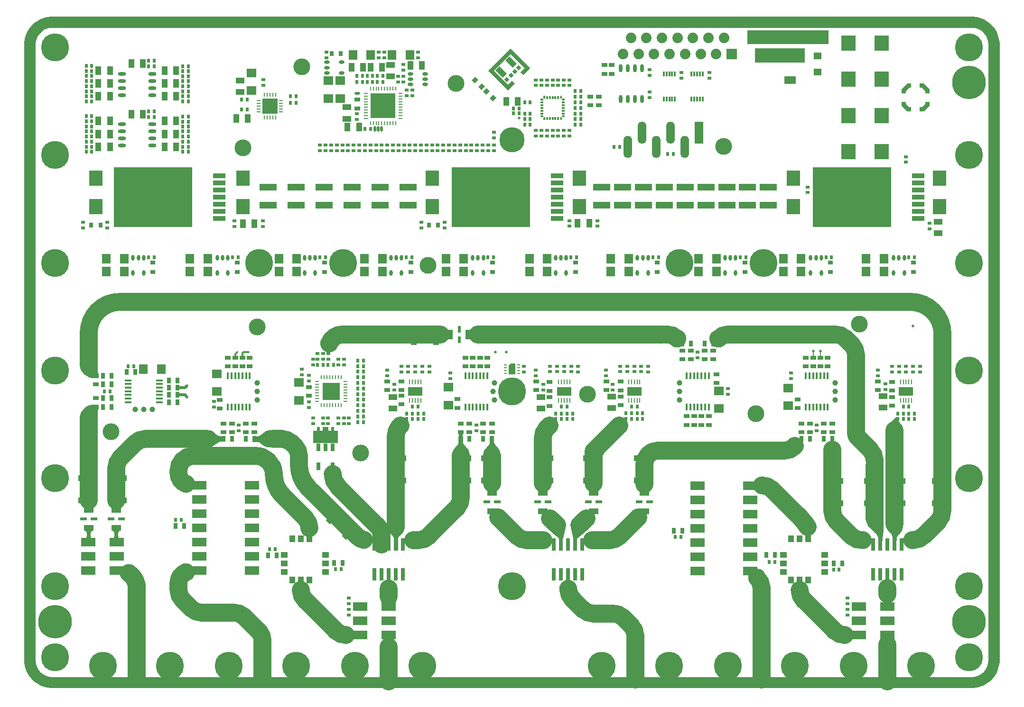
<source format=gts>
G04*
G04 #@! TF.GenerationSoftware,Altium Limited,Altium Designer,19.1.8 (144)*
G04*
G04 Layer_Color=8388736*
%FSLAX44Y44*%
%MOMM*%
G71*
G01*
G75*
%ADD10C,0.2000*%
%ADD14C,0.5000*%
%ADD15C,0.6350*%
%ADD17C,0.3000*%
%ADD20C,1.0000*%
%ADD21R,3.0480X1.2700*%
%ADD22R,2.1000X1.4000*%
%ADD23R,1.8000X1.6000*%
%ADD26R,1.1000X1.5000*%
%ADD27R,1.5000X1.1000*%
%ADD30R,1.6000X1.8000*%
%ADD31R,0.4000X0.8500*%
%ADD32R,3.1000X3.1000*%
%ADD33O,0.7500X0.2500*%
%ADD34O,0.2500X0.7500*%
%ADD36R,2.5400X1.6500*%
%ADD39R,0.7600X2.1600*%
%ADD40R,0.8000X1.0000*%
%ADD41R,1.0000X0.8000*%
G04:AMPARAMS|DCode=42|XSize=1mm|YSize=0.8mm|CornerRadius=0mm|HoleSize=0mm|Usage=FLASHONLY|Rotation=135.000|XOffset=0mm|YOffset=0mm|HoleType=Round|Shape=Rectangle|*
%AMROTATEDRECTD42*
4,1,4,0.6364,-0.0707,0.0707,-0.6364,-0.6364,0.0707,-0.0707,0.6364,0.6364,-0.0707,0.0*
%
%ADD42ROTATEDRECTD42*%

G04:AMPARAMS|DCode=43|XSize=1mm|YSize=0.8mm|CornerRadius=0mm|HoleSize=0mm|Usage=FLASHONLY|Rotation=225.000|XOffset=0mm|YOffset=0mm|HoleType=Round|Shape=Rectangle|*
%AMROTATEDRECTD43*
4,1,4,0.0707,0.6364,0.6364,0.0707,-0.0707,-0.6364,-0.6364,-0.0707,0.0707,0.6364,0.0*
%
%ADD43ROTATEDRECTD43*%

%ADD44O,0.6000X1.0000*%
%ADD45O,1.4500X0.6000*%
%ADD46R,4.5000X4.5000*%
%ADD47O,1.0000X0.6000*%
%ADD48R,0.8000X0.9500*%
%ADD49R,0.9500X0.8000*%
G04:AMPARAMS|DCode=51|XSize=0.95mm|YSize=0.8mm|CornerRadius=0mm|HoleSize=0mm|Usage=FLASHONLY|Rotation=45.000|XOffset=0mm|YOffset=0mm|HoleType=Round|Shape=Rectangle|*
%AMROTATEDRECTD51*
4,1,4,-0.0530,-0.6187,-0.6187,-0.0530,0.0530,0.6187,0.6187,0.0530,-0.0530,-0.6187,0.0*
%
%ADD51ROTATEDRECTD51*%

%ADD55R,0.4500X1.2000*%
%ADD56O,0.2500X0.8500*%
%ADD57R,2.7500X2.7500*%
%ADD58O,0.6000X1.4500*%
G04:AMPARAMS|DCode=59|XSize=1mm|YSize=1.8mm|CornerRadius=0mm|HoleSize=0mm|Usage=FLASHONLY|Rotation=45.000|XOffset=0mm|YOffset=0mm|HoleType=Round|Shape=Rectangle|*
%AMROTATEDRECTD59*
4,1,4,0.2828,-0.9900,-0.9900,0.2828,-0.2828,0.9900,0.9900,-0.2828,0.2828,-0.9900,0.0*
%
%ADD59ROTATEDRECTD59*%

%ADD60R,1.4000X1.3000*%
%ADD61R,1.2450X0.6100*%
%ADD62R,1.8000X1.0400*%
%ADD65R,0.5000X0.5000*%
%ADD66R,0.3000X0.2000*%
%ADD67R,0.3000X0.5500*%
%ADD68R,0.5500X0.3000*%
%ADD69R,0.2000X0.3000*%
%ADD70R,1.2000X0.4500*%
%ADD71R,0.6100X1.2450*%
%ADD72R,1.0400X1.8000*%
%ADD76O,1.5000X4.0000*%
%ADD77R,1.5000X4.0000*%
%ADD78P,0.7071X4X180.0*%
%ADD79C,3.2000*%
%ADD80C,3.2000*%
%ADD81C,3.1990*%
%ADD82C,3.2000*%
%ADD83C,3.0000*%
%ADD84R,0.6000X0.7000*%
%ADD85R,0.7000X0.6000*%
%ADD86R,2.2860X0.8890*%
%ADD87R,8.8900X10.6680*%
%ADD88R,0.7600X1.4000*%
%ADD89C,6.0000*%
%ADD90R,2.5500X2.7700*%
%ADD91R,2.3500X2.7700*%
%ADD92R,1.2700X1.0200*%
%ADD93R,1.0200X1.2700*%
%ADD94R,1.0000X3.0000*%
G04:AMPARAMS|DCode=95|XSize=0.7mm|YSize=0.6mm|CornerRadius=0mm|HoleSize=0mm|Usage=FLASHONLY|Rotation=135.000|XOffset=0mm|YOffset=0mm|HoleType=Round|Shape=Rectangle|*
%AMROTATEDRECTD95*
4,1,4,0.4596,-0.0354,0.0354,-0.4596,-0.4596,0.0354,-0.0354,0.4596,0.4596,-0.0354,0.0*
%
%ADD95ROTATEDRECTD95*%

%ADD96R,0.5500X0.2500*%
%ADD97O,0.5000X1.0000*%
%ADD98O,1.0000X0.5000*%
%ADD99C,1.8796*%
%ADD100R,1.8796X1.8796*%
%ADD101C,5.0000*%
%ADD102C,4.5000*%
%ADD103C,0.5100*%
G36*
X820000Y669600D02*
X820000Y649600D01*
X145000Y649600D01*
Y649600D01*
X126400D01*
X-529400Y649600D01*
X-820667Y649593D01*
X-822599Y649487D01*
X-826424Y648905D01*
X-830142Y647834D01*
X-833691Y646295D01*
X-837012Y644311D01*
X-840051Y641916D01*
X-842756Y639150D01*
X-845083Y636059D01*
X-846992Y632694D01*
X-848453Y629112D01*
X-849440Y625371D01*
X-849938Y621534D01*
X-850000Y619600D01*
Y619600D01*
D01*
X-850000Y487000D01*
Y480000D01*
X-850000Y472999D01*
X-850000Y-480400D01*
X-849936Y-482362D01*
X-849424Y-486253D01*
X-848408Y-490043D01*
X-846906Y-493669D01*
X-844944Y-497067D01*
X-842555Y-500180D01*
X-839780Y-502955D01*
X-836667Y-505344D01*
X-833269Y-507306D01*
X-829643Y-508808D01*
X-825853Y-509823D01*
X-821962Y-510336D01*
X-820000Y-510400D01*
X-820000D01*
X-820000Y-530400D01*
X-823277Y-530400D01*
X-829775Y-529544D01*
X-836106Y-527848D01*
X-842162Y-525340D01*
X-847838Y-522063D01*
X-853038Y-518073D01*
X-857673Y-513438D01*
X-861663Y-508238D01*
X-864940Y-502562D01*
X-867448Y-496507D01*
X-869145Y-490176D01*
X-870000Y-483677D01*
Y-480400D01*
Y-480400D01*
X-870000Y619600D01*
X-870000D01*
X-870000Y622877D01*
X-869144Y629375D01*
X-867448Y635706D01*
X-864940Y641761D01*
X-861663Y647437D01*
X-857673Y652637D01*
X-853038Y657272D01*
X-847839Y661262D01*
X-842163Y664539D01*
X-836107Y667047D01*
X-829777Y668743D01*
X-823279Y669599D01*
X-820002D01*
X-820002Y669599D01*
X145000Y669600D01*
Y669600D01*
X820000Y669600D01*
D02*
G37*
G36*
X565000Y620000D02*
X420600D01*
X420000Y619400D01*
Y645000D01*
X565000D01*
Y620000D01*
D02*
G37*
G36*
X522500Y587500D02*
X482000D01*
X433500Y587500D01*
Y612500D01*
X522500Y612500D01*
Y587500D01*
D02*
G37*
G36*
X32503Y577597D02*
X19953Y565047D01*
X15851Y569149D01*
X15000Y570000D01*
X15832Y570925D01*
X22503Y577597D01*
X-2497Y602597D01*
X-32497Y572597D01*
X-7497Y547597D01*
X-925Y554168D01*
X0Y555000D01*
X851Y554149D01*
X4953Y550047D01*
X-7497Y537597D01*
X-42497Y572597D01*
X-2497Y612597D01*
X32503Y577597D01*
D02*
G37*
G36*
X712500Y550000D02*
Y542500D01*
X708501Y542500D01*
X702501Y536501D01*
X702498Y532499D01*
X695000Y532500D01*
X695000Y540000D01*
X705000Y550000D01*
X712500Y550000D01*
D02*
G37*
G36*
X745000Y540000D02*
X745000Y532500D01*
X737502Y532499D01*
X737499Y536501D01*
X731499Y542500D01*
X727500Y542500D01*
Y550000D01*
X735000Y550000D01*
X745000Y540000D01*
D02*
G37*
G36*
X89003Y523996D02*
X87852Y522847D01*
X86003Y522846D01*
Y527846D01*
X89003D01*
X89003Y523996D01*
D02*
G37*
G36*
X59003Y522846D02*
X57154Y522847D01*
X56002Y523996D01*
X56003Y527846D01*
X59003D01*
Y522846D01*
D02*
G37*
G36*
X94003Y522846D02*
Y519846D01*
X89003D01*
X89004Y521696D01*
X90153Y522847D01*
X94003Y522846D01*
D02*
G37*
G36*
X56003Y521695D02*
X56003Y519846D01*
X51003D01*
Y522846D01*
X54853Y522847D01*
X56003Y521695D01*
D02*
G37*
G36*
X745000Y517500D02*
X745000Y510000D01*
X735000Y500000D01*
X727500Y500000D01*
Y507500D01*
X731499Y507500D01*
X737499Y513499D01*
X737502Y517501D01*
X745000Y517500D01*
D02*
G37*
G36*
X702501Y513499D02*
X708501Y507500D01*
X712500Y507500D01*
Y500000D01*
X705000Y500000D01*
X695000Y510000D01*
X695000Y517500D01*
X702498Y517501D01*
X702501Y513499D01*
D02*
G37*
G36*
X94003Y489847D02*
X90153Y489846D01*
X89004Y490998D01*
X89003Y492847D01*
X94003D01*
Y489847D01*
D02*
G37*
G36*
X56003Y490998D02*
X54853Y489846D01*
X51003Y489846D01*
Y492846D01*
X56003D01*
X56003Y490998D01*
D02*
G37*
G36*
X87852Y489846D02*
X89004Y488697D01*
X89003Y484847D01*
X86003D01*
Y489846D01*
X87852Y489846D01*
D02*
G37*
G36*
X59004Y484847D02*
X56003D01*
X56003Y488697D01*
X57154Y489846D01*
X59004Y489846D01*
Y484847D01*
D02*
G37*
G36*
X676450Y293710D02*
X537085D01*
Y400390D01*
X676450D01*
Y293710D01*
D02*
G37*
G36*
X31865D02*
X-107500D01*
Y400390D01*
X31865D01*
Y293710D01*
D02*
G37*
G36*
X-570635D02*
X-710000D01*
Y400390D01*
X-570635D01*
Y293710D01*
D02*
G37*
G36*
X5000Y49352D02*
X5140Y49344D01*
X5279Y49321D01*
X5414Y49282D01*
X5543Y49228D01*
X5666Y49160D01*
X5781Y49079D01*
X5874Y48995D01*
X5885Y48985D01*
Y48985D01*
X5885D01*
X5895Y48974D01*
X5979Y48881D01*
X6060Y48766D01*
X6128Y48643D01*
X6182Y48514D01*
X6221Y48379D01*
X6244Y48240D01*
X6252Y48100D01*
Y31100D01*
X6244Y30960D01*
X6221Y30821D01*
X6182Y30687D01*
X6128Y30557D01*
X6060Y30434D01*
X5979Y30319D01*
X5885Y30215D01*
X5781Y30121D01*
X5666Y30040D01*
X5543Y29972D01*
X5414Y29918D01*
X5279Y29880D01*
X5140Y29856D01*
X5000Y29848D01*
X-5000D01*
X-5140Y29856D01*
X-5278Y29880D01*
X-5414Y29918D01*
X-5543Y29972D01*
X-5666Y30040D01*
X-5781Y30121D01*
X-5885Y30215D01*
X-5979Y30319D01*
X-6060Y30434D01*
X-6128Y30557D01*
X-6182Y30687D01*
X-6220Y30821D01*
X-6244Y30960D01*
X-6252Y31100D01*
X-6252Y45100D01*
X-6244Y45240D01*
X-6220Y45379D01*
X-6182Y45514D01*
X-6144Y45605D01*
X-6128Y45643D01*
X-6060Y45766D01*
X-5979Y45881D01*
X-5885Y45985D01*
X-2885Y48986D01*
X-2885D01*
Y48986D01*
X-2879Y48991D01*
X-2781Y49079D01*
X-2666Y49160D01*
X-2543Y49228D01*
X-2413Y49282D01*
X-2279Y49321D01*
X-2238Y49328D01*
X-2140Y49344D01*
X-2008Y49352D01*
X-2000Y49352D01*
D01*
X-2000D01*
X5000Y49352D01*
D02*
G37*
G36*
X-739250Y33750D02*
X-737250Y31750D01*
Y23750D01*
X-748352D01*
X-753259Y24726D01*
X-757881Y26641D01*
X-762042Y29420D01*
X-765580Y32958D01*
X-768359Y37118D01*
X-770274Y41741D01*
X-771250Y46648D01*
Y49150D01*
Y56000D01*
X-739250D01*
Y33750D01*
D02*
G37*
G36*
X-737250Y-31750D02*
X-739250Y-33750D01*
Y-56000D01*
X-771250D01*
Y-49150D01*
Y-46649D01*
X-770274Y-41741D01*
X-768359Y-37119D01*
X-765580Y-32959D01*
X-762042Y-29421D01*
X-757881Y-26641D01*
X-753259Y-24726D01*
X-748352Y-23750D01*
X-737250D01*
Y-31750D01*
D02*
G37*
G36*
X696000Y-62000D02*
X687000D01*
X684000Y-65000D01*
X676000Y-57000D01*
X674000D01*
X685000Y-46000D01*
X696000Y-62000D01*
D02*
G37*
G36*
X-311000Y-70500D02*
Y-92700D01*
X-355000Y-92700D01*
Y-70500D01*
X-311000Y-70500D01*
D02*
G37*
G36*
X-537696Y-69939D02*
X-534434Y-71290D01*
X-531498Y-73252D01*
X-530250Y-74500D01*
X-528389Y-76361D01*
X-527424Y-77236D01*
X-525259Y-78682D01*
X-522854Y-79678D01*
X-520302Y-80186D01*
X-519000Y-80250D01*
X-511000D01*
Y-90250D01*
X-519861D01*
X-520781Y-90295D01*
X-522586Y-90654D01*
X-524287Y-91359D01*
X-525817Y-92381D01*
X-526500Y-93000D01*
X-528105Y-94605D01*
X-531880Y-97127D01*
X-536074Y-98864D01*
X-540526Y-99750D01*
X-548250D01*
Y-69250D01*
X-541159D01*
X-537696Y-69939D01*
D02*
G37*
G36*
X-426251Y-100093D02*
X-433975D01*
X-438427Y-99207D01*
X-442621Y-97470D01*
X-446396Y-94948D01*
X-448001Y-93343D01*
X-448684Y-92724D01*
X-450214Y-91702D01*
X-451914Y-90997D01*
X-453720Y-90638D01*
X-454640Y-90593D01*
X-463501D01*
Y-80593D01*
X-455501D01*
X-454199Y-80529D01*
X-451646Y-80021D01*
X-449241Y-79025D01*
X-447077Y-77579D01*
X-446112Y-76704D01*
X-444251Y-74843D01*
X-444251D01*
X-443003Y-73595D01*
X-440067Y-71633D01*
X-436805Y-70282D01*
X-433342Y-69593D01*
X-426251D01*
Y-100093D01*
D02*
G37*
G36*
X-31750Y-90250D02*
X-31712Y-91019D01*
X-31412Y-92528D01*
X-30824Y-93948D01*
X-29969Y-95227D01*
X-29452Y-95798D01*
X-27190Y-98061D01*
X-27190Y-98061D01*
X-25420Y-99830D01*
X-22641Y-103990D01*
X-20726Y-108612D01*
X-19750Y-113519D01*
Y-116021D01*
Y-117500D01*
X-19750Y-117500D01*
X-19812Y-117444D01*
X-19951Y-117351D01*
X-20106Y-117287D01*
X-20270Y-117254D01*
X-20354Y-117250D01*
X-51750D01*
Y-116771D01*
Y-114269D01*
X-50774Y-109362D01*
X-48859Y-104740D01*
X-46080Y-100580D01*
X-44310Y-98811D01*
X-42579Y-97079D01*
X-42579D01*
X-41942Y-96377D01*
X-40891Y-94803D01*
X-40166Y-93053D01*
X-39797Y-91197D01*
X-39750Y-90250D01*
Y-80250D01*
X-31750D01*
Y-90250D01*
D02*
G37*
G36*
X-87250D02*
X-87212Y-91019D01*
X-86912Y-92528D01*
X-86324Y-93948D01*
X-85469Y-95227D01*
X-84952Y-95798D01*
X-82690Y-98061D01*
X-82690Y-98061D01*
X-80920Y-99830D01*
X-78141Y-103990D01*
X-76226Y-108612D01*
X-75250Y-113519D01*
Y-116021D01*
Y-117500D01*
X-75250Y-117500D01*
X-75312Y-117444D01*
X-75451Y-117351D01*
X-75606Y-117287D01*
X-75770Y-117254D01*
X-75854Y-117250D01*
X-107250D01*
Y-116771D01*
Y-114269D01*
X-106274Y-109362D01*
X-104359Y-104740D01*
X-101580Y-100580D01*
X-99810Y-98811D01*
X-98079Y-97079D01*
X-98079D01*
X-97442Y-96377D01*
X-96391Y-94803D01*
X-95666Y-93053D01*
X-95297Y-91197D01*
X-95250Y-90250D01*
Y-80250D01*
X-87250D01*
Y-90250D01*
D02*
G37*
G36*
X-700253Y-249369D02*
X-700793Y-249608D01*
X-701269Y-250006D01*
X-701682Y-250564D01*
X-702031Y-251281D01*
X-702317Y-252157D01*
X-702539Y-253193D01*
X-702698Y-254388D01*
X-702761Y-255282D01*
X-702539Y-257507D01*
X-702317Y-258542D01*
X-702031Y-259419D01*
X-701682Y-260136D01*
X-701269Y-260694D01*
X-700793Y-261092D01*
X-700253Y-261331D01*
X-699650Y-261411D01*
X-712350D01*
X-711747Y-261331D01*
X-711207Y-261092D01*
X-710731Y-260694D01*
X-710318Y-260136D01*
X-709969Y-259419D01*
X-709683Y-258542D01*
X-709461Y-257507D01*
X-709302Y-256311D01*
X-709239Y-255418D01*
X-709461Y-253193D01*
X-709683Y-252157D01*
X-709969Y-251281D01*
X-710318Y-250564D01*
X-710731Y-250006D01*
X-711207Y-249608D01*
X-711747Y-249369D01*
X-712350Y-249289D01*
X-699650D01*
X-700253Y-249369D01*
D02*
G37*
G36*
X-749453D02*
X-749993Y-249608D01*
X-750469Y-250006D01*
X-750882Y-250564D01*
X-751231Y-251281D01*
X-751517Y-252157D01*
X-751739Y-253193D01*
X-751898Y-254388D01*
X-751961Y-255282D01*
X-751739Y-257507D01*
X-751517Y-258542D01*
X-751231Y-259419D01*
X-750882Y-260136D01*
X-750469Y-260694D01*
X-749993Y-261092D01*
X-749453Y-261331D01*
X-748850Y-261411D01*
X-761550D01*
X-760947Y-261331D01*
X-760407Y-261092D01*
X-759931Y-260694D01*
X-759518Y-260136D01*
X-759169Y-259419D01*
X-758883Y-258542D01*
X-758661Y-257507D01*
X-758502Y-256311D01*
X-758439Y-255418D01*
X-758661Y-253193D01*
X-758883Y-252157D01*
X-759169Y-251281D01*
X-759518Y-250564D01*
X-759931Y-250006D01*
X-760407Y-249608D01*
X-760947Y-249369D01*
X-761550Y-249289D01*
X-748850D01*
X-749453Y-249369D01*
D02*
G37*
G36*
X130000Y-252250D02*
X116875Y-262550D01*
X109275D01*
X104500Y-239500D01*
X130000Y-252250D01*
D02*
G37*
G36*
X91475Y-262550D02*
X83875D01*
X70750Y-252250D01*
X96250Y-239500D01*
X91475Y-262550D01*
D02*
G37*
G36*
X698000Y-240118D02*
Y-242052D01*
X697245Y-245845D01*
X695766Y-249417D01*
X693617Y-252633D01*
X692250Y-254000D01*
X688445Y-257806D01*
Y-257806D01*
X688007Y-258288D01*
X687284Y-259370D01*
X686786Y-260573D01*
X686532Y-261849D01*
X686500Y-262500D01*
Y-266750D01*
X679500D01*
X678750Y-261250D01*
X678698Y-260185D01*
X678282Y-258096D01*
X677467Y-256129D01*
X676284Y-254358D01*
X675568Y-253568D01*
X674439Y-252439D01*
X672671Y-250671D01*
X669891Y-246510D01*
X667976Y-241888D01*
X667000Y-236981D01*
Y-234479D01*
Y-234000D01*
X698000D01*
Y-240118D01*
D02*
G37*
G36*
X663250Y-250769D02*
X661202Y-262508D01*
Y-262508D01*
X661155Y-262648D01*
X661079Y-262933D01*
X661029Y-263223D01*
X661003Y-263517D01*
X661000Y-263664D01*
Y-268000D01*
X653500D01*
Y-262500D01*
X653500Y-262500D01*
X653455Y-261579D01*
X653095Y-259773D01*
X652391Y-258072D01*
X651368Y-256541D01*
X650749Y-255858D01*
X637764Y-242874D01*
Y-242874D01*
X636275Y-241384D01*
X633934Y-237881D01*
X632322Y-233989D01*
X631500Y-229856D01*
Y-227750D01*
X663250Y-223250D01*
X663250Y-250769D01*
D02*
G37*
G36*
X-191250Y-242290D02*
Y-243897D01*
X-191877Y-247049D01*
X-193107Y-250018D01*
X-194892Y-252690D01*
X-196028Y-253827D01*
X-202615Y-260413D01*
Y-260413D01*
X-202814Y-260632D01*
X-203143Y-261125D01*
X-203370Y-261673D01*
X-203485Y-262254D01*
X-203500Y-262550D01*
Y-284150D01*
X-211100D01*
Y-262550D01*
X-211128Y-261982D01*
X-211350Y-260868D01*
X-211784Y-259819D01*
X-212415Y-258874D01*
X-212797Y-258453D01*
X-217500Y-253750D01*
X-217500Y-253750D01*
X-218808Y-252442D01*
X-220863Y-249367D01*
X-222278Y-245949D01*
X-223000Y-242321D01*
Y-240472D01*
Y-238500D01*
X-191250Y-234000D01*
Y-242290D01*
D02*
G37*
G36*
X-228900Y-262550D02*
Y-284150D01*
X-236500D01*
Y-262550D01*
X-249000Y-253500D01*
X-224250Y-241500D01*
X-228900Y-262550D01*
D02*
G37*
G36*
X820001Y669600D02*
X823278Y669600D01*
X829776Y668744D01*
X836107Y667048D01*
X842162Y664540D01*
X847839Y661263D01*
X853038Y657272D01*
X857673Y652638D01*
X861663Y647438D01*
X864940Y641762D01*
X867448Y635706D01*
X869145Y629375D01*
X870000Y622877D01*
X870000Y619600D01*
X870000Y-480400D01*
X870000D01*
X870000Y-483677D01*
X869145Y-490176D01*
X867448Y-496507D01*
X864940Y-502562D01*
X861663Y-508238D01*
X857673Y-513438D01*
X853038Y-518073D01*
X847839Y-522063D01*
X842162Y-525340D01*
X836107Y-527848D01*
X829776Y-529545D01*
X823277Y-530400D01*
X820000Y-530400D01*
X820000D01*
X70000Y-530400D01*
X-820000D01*
X-820000Y-510400D01*
X70000D01*
D01*
X820000Y-510400D01*
X821962Y-510336D01*
X825853Y-509823D01*
X829643Y-508808D01*
X833269Y-507306D01*
X836667Y-505344D01*
X839781Y-502955D01*
X842555Y-500180D01*
X844944Y-497067D01*
X846906Y-493669D01*
X848408Y-490043D01*
X849424Y-486253D01*
X849936Y-482362D01*
X850000Y-480400D01*
X850000Y-480400D01*
X863333Y-480400D01*
X850000Y-480400D01*
X850000Y619599D01*
X850000Y619599D01*
X849936Y621562D01*
X849424Y625452D01*
X848408Y629243D01*
X846906Y632868D01*
X844944Y636267D01*
X842555Y639380D01*
X839781Y642155D01*
X836667Y644544D01*
X833269Y646506D01*
X829643Y648008D01*
X825853Y649024D01*
X821962Y649536D01*
X820000Y649600D01*
X820001Y669600D01*
X820000D01*
X820001Y669600D01*
Y669600D01*
D02*
G37*
D10*
X537500Y61000D02*
Y72000D01*
X550500Y61000D02*
Y72000D01*
D14*
X-583527Y-6500D02*
X-580027Y-10000D01*
X-597000Y-6500D02*
X-583527D01*
X-583527Y6500D02*
X-580027Y10000D01*
X-597000Y6500D02*
X-583527D01*
D15*
X-670000Y-345800D02*
G03*
X-695400Y-320400I-25400J0D01*
G01*
X54998Y-181650D02*
Y-149748D01*
X-705200Y-320400D02*
X-695400D01*
X-755200Y-211650D02*
Y-186250D01*
X145750Y-159750D02*
Y-148248D01*
Y-181650D02*
Y-159750D01*
X682700Y-172250D02*
Y-160000D01*
Y-200000D02*
Y-187750D01*
X-91250Y-85250D02*
Y-73000D01*
X-755200Y-268800D02*
Y-244150D01*
X-706000Y-268800D02*
Y-244150D01*
D17*
X-493750Y66250D02*
X-490000Y70000D01*
X-493750Y60000D02*
Y66250D01*
X-480750Y68500D02*
X-479250Y70000D01*
X-480750Y60000D02*
Y68500D01*
X-479250Y70000D02*
X-470000D01*
D20*
X-31000Y15250D02*
D03*
Y-15250D02*
D03*
X-454750Y15250D02*
D03*
X576500Y15250D02*
D03*
X576500Y0D02*
D03*
X576500Y-15250D02*
D03*
X-454750Y-0D02*
D03*
Y-15250D02*
D03*
X-34233Y0D02*
D03*
X299000Y-15250D02*
D03*
Y0D02*
D03*
Y15250D02*
D03*
Y0D02*
D03*
X-641750Y-32500D02*
D03*
X-657000D02*
D03*
X-672250D02*
D03*
D21*
X420378Y332450D02*
D03*
Y364450D02*
D03*
X-285050Y332450D02*
D03*
Y364450D02*
D03*
X-335050Y332450D02*
D03*
Y364450D02*
D03*
X308787Y332450D02*
D03*
Y364450D02*
D03*
X271591Y332450D02*
D03*
Y364450D02*
D03*
X234394Y332450D02*
D03*
Y364450D02*
D03*
X160000Y332450D02*
D03*
Y364450D02*
D03*
X197197Y332450D02*
D03*
Y364450D02*
D03*
X345984Y332450D02*
D03*
Y364450D02*
D03*
X383181Y332450D02*
D03*
Y364450D02*
D03*
X457575Y332450D02*
D03*
Y364450D02*
D03*
X-435050Y332450D02*
D03*
Y364450D02*
D03*
X-385050Y332450D02*
D03*
Y364450D02*
D03*
X-235050Y332450D02*
D03*
Y364450D02*
D03*
X-185050Y332450D02*
D03*
Y364450D02*
D03*
D22*
X496000Y555873D02*
D03*
Y599873D02*
D03*
D23*
X-327500Y555000D02*
D03*
Y523000D02*
D03*
X-306500Y555000D02*
D03*
Y523000D02*
D03*
X492500Y-26000D02*
D03*
X492500Y6000D02*
D03*
X-465000Y537000D02*
D03*
Y569000D02*
D03*
X-113000Y-25000D02*
D03*
Y7000D02*
D03*
X369000Y-31000D02*
D03*
Y1000D02*
D03*
X-526851Y31500D02*
D03*
Y-500D02*
D03*
X-380000Y15876D02*
D03*
Y-16123D02*
D03*
D26*
X117250Y300000D02*
D03*
X137750D02*
D03*
X-717500Y572900D02*
D03*
X-738000D02*
D03*
X-717500Y526900D02*
D03*
X-738000D02*
D03*
X-717500Y549925D02*
D03*
X-738000D02*
D03*
X-619750Y526900D02*
D03*
X-599250D02*
D03*
X-620000Y549925D02*
D03*
X-599500D02*
D03*
X-658500Y585400D02*
D03*
X-679000D02*
D03*
X-619750Y436900D02*
D03*
X-599250D02*
D03*
X-620000Y459925D02*
D03*
X-599500D02*
D03*
X-717500Y482900D02*
D03*
X-738000D02*
D03*
X-717500Y459925D02*
D03*
X-738000D02*
D03*
X-717500Y436900D02*
D03*
X-738000D02*
D03*
X-658500Y495400D02*
D03*
X-679000D02*
D03*
X-266000Y579000D02*
D03*
X-286500D02*
D03*
X-252500D02*
D03*
X-232000D02*
D03*
X-620000Y572900D02*
D03*
X-599500D02*
D03*
X-620000Y482900D02*
D03*
X-599500Y482900D02*
D03*
X-459750Y299505D02*
D03*
X-480250D02*
D03*
X-492250Y487100D02*
D03*
X-471750Y487100D02*
D03*
X-160500Y582000D02*
D03*
X-181000Y582000D02*
D03*
X-273000Y472000D02*
D03*
X-293500Y472000D02*
D03*
X-9997Y517597D02*
D03*
X10503D02*
D03*
D27*
X760000Y302750D02*
D03*
Y282250D02*
D03*
X-217000Y562500D02*
D03*
X-217000Y583000D02*
D03*
X662000Y-29250D02*
D03*
Y-8750D02*
D03*
X-485000Y555250D02*
D03*
Y534750D02*
D03*
X-295000Y507500D02*
D03*
X-295000Y487000D02*
D03*
X51700Y-30650D02*
D03*
Y-10150D02*
D03*
X-212300Y-30650D02*
D03*
X-212300Y-10150D02*
D03*
X177700Y-29650D02*
D03*
Y-9150D02*
D03*
D30*
X-692000Y213600D02*
D03*
X-724000D02*
D03*
X516000D02*
D03*
X484000D02*
D03*
X-543000D02*
D03*
X-575000D02*
D03*
X-86000D02*
D03*
X-118000D02*
D03*
X365000D02*
D03*
X333000D02*
D03*
X664000D02*
D03*
X632000D02*
D03*
X63000D02*
D03*
X31000D02*
D03*
X208000D02*
D03*
X176000D02*
D03*
X-231000D02*
D03*
X-263000D02*
D03*
X-384000D02*
D03*
X-416000D02*
D03*
X-692000Y236600D02*
D03*
X-724000D02*
D03*
X516000D02*
D03*
X484000D02*
D03*
X-543000D02*
D03*
X-575000D02*
D03*
X-86000D02*
D03*
X-118000D02*
D03*
X365000D02*
D03*
X333000D02*
D03*
X664000D02*
D03*
X632000D02*
D03*
X63000D02*
D03*
X31000D02*
D03*
X208000D02*
D03*
X176000D02*
D03*
X-231000D02*
D03*
X-263000D02*
D03*
X-384000D02*
D03*
X-416000D02*
D03*
X-252000Y601000D02*
D03*
X-284000Y601000D02*
D03*
X-214000Y601000D02*
D03*
X-182000D02*
D03*
X-625500Y39600D02*
D03*
X-657500Y39600D02*
D03*
D31*
X290753Y522103D02*
D03*
X285753D02*
D03*
X280753D02*
D03*
X275753D02*
D03*
X270753D02*
D03*
Y567103D02*
D03*
X275753Y567103D02*
D03*
X280753Y567103D02*
D03*
X290753Y567103D02*
D03*
X285753Y567103D02*
D03*
X335000Y567100D02*
D03*
X340000Y567100D02*
D03*
X330000Y567100D02*
D03*
X325000Y567100D02*
D03*
X320000D02*
D03*
X320000Y522100D02*
D03*
X325000D02*
D03*
X330000Y522100D02*
D03*
X335000D02*
D03*
X340000Y522100D02*
D03*
D32*
X-322540Y-124D02*
D03*
D33*
X-347540Y-17623D02*
D03*
Y-12623D02*
D03*
Y-7624D02*
D03*
Y-2623D02*
D03*
Y2377D02*
D03*
Y7376D02*
D03*
Y12377D02*
D03*
Y17377D02*
D03*
X-297540D02*
D03*
Y12377D02*
D03*
Y7376D02*
D03*
Y2377D02*
D03*
Y-2623D02*
D03*
Y-7624D02*
D03*
Y-12623D02*
D03*
X-297540Y-17623D02*
D03*
X-199250Y532500D02*
D03*
Y527500D02*
D03*
Y522500D02*
D03*
Y517500D02*
D03*
Y512500D02*
D03*
Y507500D02*
D03*
Y502500D02*
D03*
Y497500D02*
D03*
Y492500D02*
D03*
Y487500D02*
D03*
X-260750D02*
D03*
X-260750Y492500D02*
D03*
Y497500D02*
D03*
Y502500D02*
D03*
X-260750Y507500D02*
D03*
Y512500D02*
D03*
X-260750Y517500D02*
D03*
X-260750Y522500D02*
D03*
X-260750Y527500D02*
D03*
X-260750Y532500D02*
D03*
X-412000Y519500D02*
D03*
X-412000Y514500D02*
D03*
X-412000Y509500D02*
D03*
Y504500D02*
D03*
X-412000Y499500D02*
D03*
X-452000D02*
D03*
Y504500D02*
D03*
Y509500D02*
D03*
X-452000Y514500D02*
D03*
Y519500D02*
D03*
D34*
X-340040Y24877D02*
D03*
X-335040D02*
D03*
X-330040D02*
D03*
X-325040D02*
D03*
X-320040D02*
D03*
X-315040D02*
D03*
X-310040D02*
D03*
X-305040D02*
D03*
Y-25124D02*
D03*
X-310040D02*
D03*
X-315040D02*
D03*
X-320040D02*
D03*
X-325040D02*
D03*
X-330040D02*
D03*
X-335040D02*
D03*
X-340040D02*
D03*
X-207500Y479250D02*
D03*
X-212500D02*
D03*
X-217500D02*
D03*
X-222500D02*
D03*
X-227500D02*
D03*
X-232500D02*
D03*
X-237500D02*
D03*
X-242500D02*
D03*
X-247500D02*
D03*
X-252500D02*
D03*
Y540750D02*
D03*
X-247500D02*
D03*
X-242500D02*
D03*
X-237500D02*
D03*
X-232500D02*
D03*
X-227500D02*
D03*
X-222500D02*
D03*
X-217500D02*
D03*
X-212500D02*
D03*
X-207500D02*
D03*
X-442000Y529500D02*
D03*
X-437000Y529500D02*
D03*
X-432000Y529500D02*
D03*
X-427000Y529500D02*
D03*
X-422000Y489500D02*
D03*
X-427000Y489500D02*
D03*
X-432000D02*
D03*
X-437000D02*
D03*
X-442000D02*
D03*
X-422000Y529500D02*
D03*
D36*
X-270800Y-435400D02*
D03*
Y-410000D02*
D03*
Y-384600D02*
D03*
X-220000D02*
D03*
Y-410000D02*
D03*
Y-435400D02*
D03*
X331250Y-168300D02*
D03*
Y-193700D02*
D03*
Y-219100D02*
D03*
Y-244500D02*
D03*
Y-269900D02*
D03*
Y-295300D02*
D03*
Y-320700D02*
D03*
X425250Y-320700D02*
D03*
Y-295300D02*
D03*
Y-269900D02*
D03*
Y-244500D02*
D03*
X425250Y-219100D02*
D03*
X425250Y-193700D02*
D03*
Y-168300D02*
D03*
X703147Y-100D02*
D03*
X218197Y-50D02*
D03*
X93197Y-99D02*
D03*
X-172553Y-100D02*
D03*
X670000Y-435400D02*
D03*
Y-410000D02*
D03*
Y-384600D02*
D03*
X619200D02*
D03*
X619200Y-410000D02*
D03*
X619200Y-435400D02*
D03*
X-756000Y-320400D02*
D03*
X-756000Y-295000D02*
D03*
X-756000Y-269600D02*
D03*
X-705200D02*
D03*
Y-295000D02*
D03*
Y-320400D02*
D03*
X-558250Y-168100D02*
D03*
X-558250Y-193500D02*
D03*
X-558250Y-218900D02*
D03*
Y-244300D02*
D03*
Y-269700D02*
D03*
Y-295100D02*
D03*
Y-320500D02*
D03*
X-464250D02*
D03*
Y-295100D02*
D03*
Y-269700D02*
D03*
Y-244300D02*
D03*
Y-218900D02*
D03*
Y-193500D02*
D03*
Y-168100D02*
D03*
D39*
X644600Y-326950D02*
D03*
X657300D02*
D03*
X670000D02*
D03*
X682700D02*
D03*
X695400D02*
D03*
Y-273350D02*
D03*
X682700D02*
D03*
X670000D02*
D03*
X657300D02*
D03*
X644600D02*
D03*
X74975D02*
D03*
X87675D02*
D03*
X100375D02*
D03*
X113075D02*
D03*
X125775D02*
D03*
Y-326950D02*
D03*
X113075D02*
D03*
X100375D02*
D03*
X87675D02*
D03*
X74975D02*
D03*
X-245400Y-273350D02*
D03*
X-232700D02*
D03*
X-220000D02*
D03*
X-207300D02*
D03*
X-194600D02*
D03*
Y-326950D02*
D03*
X-207300Y-326950D02*
D03*
X-220000Y-326950D02*
D03*
X-232700D02*
D03*
X-245400D02*
D03*
D40*
X698200Y-160000D02*
D03*
X682700D02*
D03*
X698200Y-200000D02*
D03*
X682700D02*
D03*
X-755200Y-155250D02*
D03*
X-770700D02*
D03*
X-755200Y-195250D02*
D03*
X-770700D02*
D03*
X-706000Y-155250D02*
D03*
X-690500D02*
D03*
X-706000Y-195250D02*
D03*
X-690500D02*
D03*
X-207300Y-119750D02*
D03*
X-191800D02*
D03*
X-207300Y-159750D02*
D03*
X-191800D02*
D03*
X-91250D02*
D03*
X-75750D02*
D03*
X-91250Y-119750D02*
D03*
X-75750D02*
D03*
X-35750D02*
D03*
X-51250D02*
D03*
X-35750Y-159750D02*
D03*
X-51250D02*
D03*
X145750Y-119750D02*
D03*
X130250D02*
D03*
X145750Y-159750D02*
D03*
X130250D02*
D03*
X647300Y-160000D02*
D03*
X631800D02*
D03*
X647300Y-200000D02*
D03*
X631800D02*
D03*
X768250Y-160002D02*
D03*
X752750D02*
D03*
X571750Y-160000D02*
D03*
X587250D02*
D03*
X768250Y-200002D02*
D03*
X752750D02*
D03*
X236500Y-119750D02*
D03*
X221000D02*
D03*
X236500Y-159750D02*
D03*
X221000D02*
D03*
X571750Y-200000D02*
D03*
X587250D02*
D03*
X55000Y-119750D02*
D03*
X70500D02*
D03*
X55000Y-159750D02*
D03*
X70500D02*
D03*
X-147250Y101600D02*
D03*
X-162750D02*
D03*
X-435500Y-293500D02*
D03*
X-420000D02*
D03*
X-585000Y-241000D02*
D03*
X-600500D02*
D03*
X453500Y-292530D02*
D03*
X469000D02*
D03*
X304000Y-249000D02*
D03*
X288500D02*
D03*
X-317500Y-306500D02*
D03*
X-302000D02*
D03*
X556250Y-85250D02*
D03*
X571750D02*
D03*
X516250D02*
D03*
X531750D02*
D03*
X573750Y-307770D02*
D03*
X589250D02*
D03*
X319250Y85250D02*
D03*
X303750D02*
D03*
X359250D02*
D03*
X343750D02*
D03*
X-515000Y-85250D02*
D03*
X-499500D02*
D03*
X-612500Y19500D02*
D03*
X-597000D02*
D03*
X-730000Y-27750D02*
D03*
X-714500D02*
D03*
X-687750Y34600D02*
D03*
X-672250D02*
D03*
X-51250Y-85250D02*
D03*
X-35750D02*
D03*
X-91250D02*
D03*
X-75750D02*
D03*
X-475000Y-85250D02*
D03*
X-459500D02*
D03*
X-730000Y27750D02*
D03*
X-714500D02*
D03*
Y12250D02*
D03*
X-730000D02*
D03*
X-612500Y6500D02*
D03*
X-597000D02*
D03*
X-730000Y-12250D02*
D03*
X-714500D02*
D03*
X-612500Y-19500D02*
D03*
X-597000D02*
D03*
X-612500Y-6500D02*
D03*
X-597000D02*
D03*
D41*
X682700Y-187750D02*
D03*
Y-172250D02*
D03*
X-755200Y-167500D02*
D03*
Y-183000D02*
D03*
X-706000Y-167500D02*
D03*
Y-183000D02*
D03*
X-207300Y-132000D02*
D03*
Y-147500D02*
D03*
X-91250D02*
D03*
Y-132000D02*
D03*
X-35750D02*
D03*
Y-147500D02*
D03*
X145750Y-132000D02*
D03*
Y-147500D02*
D03*
X647300Y-172250D02*
D03*
Y-187750D02*
D03*
X768250Y-172252D02*
D03*
Y-187752D02*
D03*
X236500Y-132000D02*
D03*
Y-147500D02*
D03*
X571750Y-172250D02*
D03*
Y-187750D02*
D03*
X55000Y-132000D02*
D03*
Y-147500D02*
D03*
X-135000Y101600D02*
D03*
Y86100D02*
D03*
X-175000Y101600D02*
D03*
Y86100D02*
D03*
X165000Y567250D02*
D03*
Y582750D02*
D03*
X177500Y567250D02*
D03*
Y582750D02*
D03*
X155000Y511000D02*
D03*
Y526500D02*
D03*
X140000Y511000D02*
D03*
Y526500D02*
D03*
X-276000Y521000D02*
D03*
Y505500D02*
D03*
X563500Y44500D02*
D03*
Y60000D02*
D03*
X550500Y44500D02*
D03*
Y60000D02*
D03*
X537500Y44500D02*
D03*
Y60000D02*
D03*
X524500D02*
D03*
Y44500D02*
D03*
X510000Y-30000D02*
D03*
Y-14500D02*
D03*
X571750Y-73000D02*
D03*
Y-57500D02*
D03*
X556250Y-73000D02*
D03*
Y-57500D02*
D03*
X531750Y-73000D02*
D03*
Y-57500D02*
D03*
X516250Y-73000D02*
D03*
Y-57500D02*
D03*
X678000Y1250D02*
D03*
Y16750D02*
D03*
X653147Y17650D02*
D03*
Y2150D02*
D03*
X678000Y-10000D02*
D03*
Y-25500D02*
D03*
X325000Y-44500D02*
D03*
Y-60000D02*
D03*
X338000Y-44500D02*
D03*
Y-60000D02*
D03*
X-83000Y44500D02*
D03*
Y60000D02*
D03*
X168197Y17700D02*
D03*
Y2200D02*
D03*
X-44000Y44500D02*
D03*
Y60000D02*
D03*
X-97000Y-29500D02*
D03*
Y-14000D02*
D03*
X66700Y-10650D02*
D03*
Y-26150D02*
D03*
X-91250Y-73000D02*
D03*
Y-57500D02*
D03*
X-35750Y-73000D02*
D03*
Y-57500D02*
D03*
X66700Y850D02*
D03*
Y16350D02*
D03*
X-362000Y7627D02*
D03*
Y-7873D02*
D03*
X-75750Y-73000D02*
D03*
Y-57500D02*
D03*
X-51250Y-73000D02*
D03*
Y-57500D02*
D03*
X-197553Y2150D02*
D03*
Y17650D02*
D03*
X-197300Y-7650D02*
D03*
Y-23150D02*
D03*
X-506750Y44500D02*
D03*
Y60000D02*
D03*
X-742250Y27750D02*
D03*
Y12250D02*
D03*
X-480750Y44500D02*
D03*
Y60000D02*
D03*
X-493750Y44500D02*
D03*
Y60000D02*
D03*
X-742250Y-12250D02*
D03*
Y-27750D02*
D03*
X351000Y-44500D02*
D03*
Y-60000D02*
D03*
X365000Y30250D02*
D03*
Y14750D02*
D03*
X359250Y73000D02*
D03*
Y57500D02*
D03*
X43197Y17651D02*
D03*
Y2150D02*
D03*
X-70000Y44500D02*
D03*
Y60000D02*
D03*
X-515000Y-73000D02*
D03*
Y-57500D02*
D03*
X-521850Y-30750D02*
D03*
Y-15250D02*
D03*
X-467750Y44500D02*
D03*
Y60000D02*
D03*
X193700Y1850D02*
D03*
Y17350D02*
D03*
X312000Y-44500D02*
D03*
Y-60000D02*
D03*
X319250Y73000D02*
D03*
Y57500D02*
D03*
X303750Y73000D02*
D03*
Y57500D02*
D03*
X193700Y-9650D02*
D03*
Y-25150D02*
D03*
X343750Y73000D02*
D03*
Y57500D02*
D03*
X-57000Y44500D02*
D03*
X-57000Y60000D02*
D03*
X-222553Y17650D02*
D03*
Y2150D02*
D03*
X-499500Y-73000D02*
D03*
Y-57500D02*
D03*
X-475000Y-73000D02*
D03*
Y-57500D02*
D03*
X-459500Y-73000D02*
D03*
Y-57500D02*
D03*
D42*
X-315100Y-220300D02*
D03*
X-326060Y-231260D02*
D03*
X-286500Y-248500D02*
D03*
X-297460Y-259460D02*
D03*
D43*
X-306321Y-229079D02*
D03*
X-295360Y-240039D02*
D03*
D44*
X551913Y238600D02*
D03*
X542413D02*
D03*
X532913D02*
D03*
X551913Y211600D02*
D03*
X532913D02*
D03*
X-351087Y238600D02*
D03*
X-360587D02*
D03*
X-370087D02*
D03*
X-351087Y211600D02*
D03*
X-370087D02*
D03*
X96913Y238600D02*
D03*
X87413D02*
D03*
X77913D02*
D03*
X96913Y211600D02*
D03*
X77913D02*
D03*
X242913Y238600D02*
D03*
X233413D02*
D03*
X223913D02*
D03*
X242913Y211600D02*
D03*
X223913D02*
D03*
X-197087Y238600D02*
D03*
X-206587D02*
D03*
X-216087D02*
D03*
X-197087Y211600D02*
D03*
X-216087D02*
D03*
X-657087Y238600D02*
D03*
X-666587D02*
D03*
X-676087D02*
D03*
X-657087Y211600D02*
D03*
X-676087D02*
D03*
X-507087Y238600D02*
D03*
X-516587D02*
D03*
X-526087D02*
D03*
X-507087Y211600D02*
D03*
X-526087D02*
D03*
X-51087Y238600D02*
D03*
X-60587D02*
D03*
X-70087D02*
D03*
X-51087Y211600D02*
D03*
X-70087D02*
D03*
X398913Y238600D02*
D03*
X389413D02*
D03*
X379913D02*
D03*
X398913Y211600D02*
D03*
X379913D02*
D03*
X699913Y238600D02*
D03*
X690413D02*
D03*
X680913Y238600D02*
D03*
X699913Y211600D02*
D03*
X680913D02*
D03*
D45*
X-696000Y566950D02*
D03*
Y554250D02*
D03*
Y541550D02*
D03*
Y528850D02*
D03*
X-641500Y566950D02*
D03*
Y554250D02*
D03*
Y541550D02*
D03*
Y528850D02*
D03*
X-696000Y476950D02*
D03*
Y464250D02*
D03*
Y451550D02*
D03*
Y438850D02*
D03*
X-641500Y476950D02*
D03*
Y464250D02*
D03*
Y451550D02*
D03*
Y438850D02*
D03*
D46*
X-230000Y510000D02*
D03*
D47*
X-154500Y548337D02*
D03*
Y557837D02*
D03*
Y567337D02*
D03*
X-181500Y557837D02*
D03*
Y567337D02*
D03*
Y548337D02*
D03*
X-330500Y587913D02*
D03*
Y578413D02*
D03*
Y568913D02*
D03*
X-303500Y587913D02*
D03*
Y568913D02*
D03*
D48*
X-321750Y603750D02*
D03*
X-305250Y603750D02*
D03*
X-148250Y297100D02*
D03*
X-131750D02*
D03*
X-750750Y297100D02*
D03*
X-734250Y297100D02*
D03*
D49*
X-334500Y229850D02*
D03*
Y213350D02*
D03*
X113500Y229850D02*
D03*
Y213350D02*
D03*
X259500Y229850D02*
D03*
Y213350D02*
D03*
X-180500Y229850D02*
D03*
Y213350D02*
D03*
X-640500Y229850D02*
D03*
Y213350D02*
D03*
X568500Y229850D02*
D03*
Y213350D02*
D03*
X-490500Y229850D02*
D03*
Y213350D02*
D03*
X-34500Y229850D02*
D03*
Y213350D02*
D03*
X415500Y229850D02*
D03*
Y213350D02*
D03*
X716500Y229850D02*
D03*
Y213350D02*
D03*
D51*
X-34166Y524166D02*
D03*
X-45834Y535834D02*
D03*
X-65834Y555834D02*
D03*
X-54166Y544166D02*
D03*
D55*
X524500Y27750D02*
D03*
X531000Y27750D02*
D03*
X537500D02*
D03*
X544000D02*
D03*
X550500D02*
D03*
X557000D02*
D03*
X563500Y27750D02*
D03*
X563500Y-27750D02*
D03*
X557000D02*
D03*
X550500D02*
D03*
X544000D02*
D03*
X537500D02*
D03*
X531000D02*
D03*
X524500D02*
D03*
X351000Y27750D02*
D03*
X344500D02*
D03*
X338000D02*
D03*
X331500D02*
D03*
X325000D02*
D03*
X318500D02*
D03*
X312000Y27750D02*
D03*
X312000Y-27750D02*
D03*
X318500Y-27750D02*
D03*
X325000D02*
D03*
X331500D02*
D03*
X338000D02*
D03*
X344500D02*
D03*
X351000D02*
D03*
X-506750Y-27750D02*
D03*
X-500251Y-27750D02*
D03*
X-493750Y-27750D02*
D03*
X-487250D02*
D03*
X-480750D02*
D03*
X-474250D02*
D03*
X-467750D02*
D03*
Y27750D02*
D03*
X-474250D02*
D03*
X-480750D02*
D03*
X-487250D02*
D03*
X-493750D02*
D03*
X-500251D02*
D03*
X-506750Y27750D02*
D03*
X-83000Y-27750D02*
D03*
X-76500Y-27750D02*
D03*
X-70000Y-27750D02*
D03*
X-63500D02*
D03*
X-57000D02*
D03*
X-50500D02*
D03*
X-44000D02*
D03*
Y27750D02*
D03*
X-50500D02*
D03*
X-57000D02*
D03*
X-63500D02*
D03*
X-70000D02*
D03*
X-76500D02*
D03*
X-83000Y27750D02*
D03*
D56*
X693147Y16400D02*
D03*
X698147D02*
D03*
X703147D02*
D03*
X708147Y16400D02*
D03*
X713147Y16400D02*
D03*
Y-16600D02*
D03*
X708147D02*
D03*
X703147D02*
D03*
X698147D02*
D03*
X693147D02*
D03*
X208197Y-16550D02*
D03*
X213197D02*
D03*
X218197D02*
D03*
X223197D02*
D03*
X228197D02*
D03*
Y16450D02*
D03*
X223197D02*
D03*
X218197D02*
D03*
X213197D02*
D03*
X208197D02*
D03*
X83197Y-16600D02*
D03*
X88197D02*
D03*
X93197D02*
D03*
X98197Y-16600D02*
D03*
X103197D02*
D03*
Y16401D02*
D03*
X98197Y16401D02*
D03*
X93197Y16401D02*
D03*
X88197D02*
D03*
X83197D02*
D03*
X-182553Y-16600D02*
D03*
X-177553Y-16600D02*
D03*
X-172553Y-16600D02*
D03*
X-167553D02*
D03*
X-162553D02*
D03*
Y16400D02*
D03*
X-167553Y16400D02*
D03*
X-172553Y16400D02*
D03*
X-177553Y16400D02*
D03*
X-182553D02*
D03*
D57*
X-432000Y509500D02*
D03*
D58*
X194203Y522353D02*
D03*
X206903D02*
D03*
X219603D02*
D03*
X232303Y522353D02*
D03*
X194203Y576853D02*
D03*
X206903Y576853D02*
D03*
X219603Y576853D02*
D03*
X232303Y576853D02*
D03*
D59*
X-1456Y588526D02*
D03*
X-19134Y570849D02*
D03*
D60*
X545560Y570500D02*
D03*
Y599500D02*
D03*
D61*
X45725Y-197900D02*
D03*
X64275D02*
D03*
X-26475D02*
D03*
X-45025D02*
D03*
X227225D02*
D03*
X245776D02*
D03*
X136475D02*
D03*
X155025D02*
D03*
X-745925Y-227900D02*
D03*
X-764475D02*
D03*
X-696725D02*
D03*
X-715275D02*
D03*
D62*
X55000Y-181650D02*
D03*
Y-214150D02*
D03*
X-35750D02*
D03*
Y-181650D02*
D03*
X236500D02*
D03*
Y-214150D02*
D03*
X145750Y-181650D02*
D03*
Y-214150D02*
D03*
X-755200Y-244150D02*
D03*
Y-211650D02*
D03*
X-706000Y-244150D02*
D03*
Y-211650D02*
D03*
D65*
X0Y39600D02*
D03*
D66*
X87503Y487597D02*
D03*
X57503D02*
D03*
X87503Y525097D02*
D03*
X57503D02*
D03*
D67*
X82503Y487597D02*
D03*
X77503D02*
D03*
X67503D02*
D03*
X62503D02*
D03*
X72503D02*
D03*
Y525097D02*
D03*
X82503D02*
D03*
X77503D02*
D03*
X67503D02*
D03*
X62503D02*
D03*
D68*
X53753Y506347D02*
D03*
Y516347D02*
D03*
Y511347D02*
D03*
Y501347D02*
D03*
Y496347D02*
D03*
X91253Y516347D02*
D03*
Y511347D02*
D03*
Y501347D02*
D03*
Y496347D02*
D03*
Y506347D02*
D03*
D69*
X53753Y521347D02*
D03*
Y491347D02*
D03*
X91253Y521347D02*
D03*
Y491347D02*
D03*
D70*
X-684750Y19500D02*
D03*
X-684750Y13000D02*
D03*
X-684750Y6500D02*
D03*
Y-0D02*
D03*
Y-6500D02*
D03*
Y-13000D02*
D03*
Y-19500D02*
D03*
X-629250Y-19500D02*
D03*
Y-13000D02*
D03*
Y-6500D02*
D03*
Y-0D02*
D03*
Y6500D02*
D03*
Y13000D02*
D03*
X-629250Y19500D02*
D03*
D71*
X-94337Y110875D02*
D03*
Y92325D02*
D03*
D72*
X-78087Y101600D02*
D03*
X-110587D02*
D03*
D76*
X257603Y436700D02*
D03*
X283004Y462100D02*
D03*
X308404Y436700D02*
D03*
X206803D02*
D03*
X232204Y462100D02*
D03*
D77*
X333804Y462100D02*
D03*
D78*
X702500Y542500D02*
D03*
X737500D02*
D03*
X702500Y507500D02*
D03*
X737500D02*
D03*
D79*
X-302440Y101600D02*
G03*
X-326073Y85509I0J-25400D01*
G01*
X-670000Y-345800D02*
G03*
X-683849Y-324787I-30300J-4900D01*
G01*
X647300Y-125000D02*
G03*
X638320Y-103320I-30661J0D01*
G01*
X613750Y-75000D02*
G03*
X616401Y-81401I9053J0D01*
G01*
X260277Y-106000D02*
G03*
X236500Y-129777I0J-23777D01*
G01*
X-595000Y-352774D02*
G03*
X-594998Y-352770I-4J4D01*
G01*
X-581651Y-323326D02*
G03*
X-594998Y-342388I6938J-19063D01*
G01*
X-594998Y-146212D02*
G03*
X-581651Y-165274I20286J0D01*
G01*
X174129Y-266000D02*
G03*
X192090Y-258561I0J25400D01*
G01*
X62439Y-65357D02*
G03*
X55000Y-83318I17960J-17960D01*
G01*
X153190Y-99558D02*
G03*
X147282Y-108831I17960J-17960D01*
G01*
X485979Y-106000D02*
G03*
X503939Y-98560I0J25400D01*
G01*
X-276839Y-258561D02*
G03*
X-264160Y-265445I17960J17960D01*
G01*
X-201425Y-63623D02*
G03*
X-207300Y-79868I19525J-16246D01*
G01*
X595440Y94161D02*
G03*
X577479Y101600I-17960J-17960D01*
G01*
X613750Y65329D02*
G03*
X606310Y83290I-25400J0D01*
G01*
X386121Y101600D02*
G03*
X368160Y94161I0J-25400D01*
G01*
X605560Y-258561D02*
G03*
X625735Y-265903I17960J17960D01*
G01*
X571750Y-214229D02*
G03*
X579189Y-232189I25400J0D01*
G01*
X759270Y-233730D02*
G03*
X768250Y-212050I-21680J21680D01*
G01*
X714300Y-266000D02*
G03*
X735980Y-257020I0J30661D01*
G01*
X8661Y-258561D02*
G03*
X26621Y-266000I17960J17960D01*
G01*
X-302440Y101600D02*
X-127863Y101600D01*
X616401Y-81401D02*
X638320Y-103320D01*
X647300Y-227500D02*
Y-131910D01*
X260277Y-106000D02*
X298713D01*
X-755275Y-195248D02*
X-755200Y-52336D01*
X-594998Y-352770D02*
Y-342388D01*
X-595004Y-352770D02*
X-595000Y-352774D01*
X-653465Y-85250D02*
X-545350D01*
X-220000Y-518000D02*
Y-456400D01*
X-61079Y101600D02*
X268247Y101600D01*
X670000Y-518000D02*
Y-452105D01*
X26621Y-266000D02*
X56123D01*
X-24450Y-225450D02*
X8661Y-258561D01*
X67618Y-226768D02*
X80236Y-239385D01*
X120515D02*
X133132Y-226768D01*
X192090Y-258561D02*
X225200Y-225450D01*
X-35750Y-164250D02*
Y-117312D01*
X55000Y-164750D02*
Y-83318D01*
X62439Y-65357D02*
X66898Y-60898D01*
X153190Y-99558D02*
X191792Y-60955D01*
X503939Y-98560D02*
X504750Y-97750D01*
X503939Y-98560D02*
X503939Y-98560D01*
X-176055Y-266000D02*
X-166521D01*
X-220000Y-366927D02*
Y-352754D01*
X-201425Y-63623D02*
X-201425Y-63623D01*
X-198919Y-61080D01*
X-207300Y-192000D02*
Y-79868D01*
X613750Y-75000D02*
Y65329D01*
X386121Y101600D02*
X577479D01*
X595440Y94161D02*
X606310Y83290D01*
X571750Y-214229D02*
Y-104397D01*
X579189Y-232189D02*
X605560Y-258561D01*
X464139Y-175539D02*
X508167Y-219567D01*
X524000Y-237000D02*
X527159Y-242059D01*
X511048Y-222448D02*
X524000Y-237000D01*
X682700Y-237138D02*
Y-127008D01*
Y-140103D02*
Y-69641D01*
X768250Y-212050D02*
Y100669D01*
X735980Y-257020D02*
X759270Y-233730D01*
X670000Y-352000D02*
X670000Y-362712D01*
X-207300Y-235738D02*
Y-174186D01*
X-426251Y-85250D02*
X-410671D01*
X-91250Y-190689D02*
Y-114633D01*
X145748Y-164248D02*
Y-106999D01*
X167562Y-85185D01*
X279680Y-106000D02*
X485979Y-106000D01*
X236500Y-166523D02*
Y-129777D01*
X-332355Y-203045D02*
X-276839Y-258561D01*
X143320Y-266000D02*
X174129D01*
X-706075Y-195248D02*
X-706000Y-136911D01*
D80*
X-220000Y-456400D02*
D03*
D81*
X-319840Y-147860D02*
G03*
X-310860Y-169540I30661J0D01*
G01*
X-232700Y-258221D02*
G03*
X-240139Y-240261I-25400J0D01*
G01*
X-166521Y-266000D02*
G03*
X-148560Y-258561I0J25400D01*
G01*
X-98690Y-208690D02*
G03*
X-91250Y-190729I-17960J17960D01*
G01*
X445000Y-350971D02*
G03*
X437561Y-333011I-25400J0D01*
G01*
X198440Y-404440D02*
G03*
X180479Y-397000I-17960J-17960D01*
G01*
X220000Y-436521D02*
G03*
X212561Y-418561I-25400J0D01*
G01*
X100375Y-352854D02*
G03*
X107815Y-370815I25400J0D01*
G01*
X126560Y-389561D02*
G03*
X144521Y-397000I17960J17960D01*
G01*
X-310860Y-169540D02*
X-308700Y-171700D01*
X-232700Y-273350D02*
Y-258221D01*
X-308700Y-171700D02*
X-240139Y-240261D01*
X-670000Y-509400D02*
Y-345800D01*
X-148560Y-258561D02*
X-98690Y-208690D01*
X445000Y-515400D02*
Y-350971D01*
X220000Y-515400D02*
Y-436521D01*
X198440Y-404440D02*
X212561Y-418561D01*
X144521Y-397000D02*
X180479D01*
X107815Y-370815D02*
X126560Y-389561D01*
D82*
X-380000Y-132342D02*
G03*
X-363696Y-171704I55667J0D01*
G01*
X-392710Y-92690D02*
G03*
X-410671Y-85250I-17960J-17960D01*
G01*
X-380000Y-115921D02*
G03*
X-387439Y-97961I-25400J0D01*
G01*
X768250Y102442D02*
G03*
X710816Y159876I-57434J0D01*
G01*
X-699523D02*
G03*
X-755200Y104199I0J-55677D01*
G01*
X613750Y65329D02*
G03*
X606310Y83290I-25400J0D01*
G01*
X595440Y94161D02*
G03*
X577479Y101600I-17960J-17960D01*
G01*
X386121D02*
G03*
X368160Y94161I0J-25400D01*
G01*
X575561Y-427961D02*
G03*
X593521Y-435400I17960J17960D01*
G01*
X513255Y-355134D02*
G03*
X520694Y-373094I25400J0D01*
G01*
X-595000Y-354879D02*
G03*
X-587561Y-372839I25400J0D01*
G01*
X-572439Y-387960D02*
G03*
X-554479Y-395400I17960J17960D01*
G01*
X-445000Y-445921D02*
G03*
X-450296Y-430397I-25400J0D01*
G01*
X-477854Y-402839D02*
G03*
X-495814Y-395400I-17960J-17960D01*
G01*
X-450296Y-430397D02*
G03*
X-452439Y-427961I-20104J-15524D01*
G01*
X-361505Y-244416D02*
G03*
X-368945Y-226455I-25400J0D01*
G01*
X-376745Y-355134D02*
G03*
X-369306Y-373094I25400J0D01*
G01*
X-314439Y-427961D02*
G03*
X-296479Y-435400I17960J17960D01*
G01*
X-654329Y-85250D02*
G03*
X-672290Y-92690I0J-25400D01*
G01*
X-698560Y-118961D02*
G03*
X-706000Y-136921I17960J-17960D01*
G01*
X294839Y94161D02*
G03*
X276879Y101600I-17960J-17960D01*
G01*
X-425000Y-147647D02*
G03*
X-457247Y-115400I-32248J0D01*
G01*
X-425000Y-147647D02*
G03*
X-408911Y-186488I54929J0D01*
G01*
X-568931Y-115400D02*
G03*
X-595000Y-141469I0J-26069D01*
G01*
X464139Y-175539D02*
G03*
X446179Y-168100I-17960J-17960D01*
G01*
X-363696Y-171704D02*
X-315100Y-220300D01*
X-306438Y-228962D01*
X-363696Y-171704D02*
X-363696Y-171704D01*
X-392710Y-92690D02*
X-387439Y-97961D01*
X-380000Y-132342D02*
Y-115921D01*
X-699523Y159876D02*
X710816D01*
X-755200Y47054D02*
Y104199D01*
X595440Y94161D02*
X606310Y83290D01*
X386121Y101600D02*
X577479D01*
X520694Y-373094D02*
X575561Y-427961D01*
X-587561Y-372839D02*
X-572439Y-387960D01*
X-445000Y-509400D02*
Y-445921D01*
X-452586Y-428107D02*
X-450296Y-430397D01*
X-554479Y-395400D02*
X-495814D01*
X-408912Y-186488D02*
X-368945Y-226455D01*
X-369306Y-373094D02*
X-314439Y-427961D01*
X-698560Y-118961D02*
X-672290Y-92690D01*
X-706000Y-136921D02*
Y-136901D01*
X274575Y101600D02*
X276879D01*
X-477854Y-402839D02*
X-452586Y-428107D01*
X-425000Y-147647D02*
Y-147647D01*
X-408912Y-186488D02*
Y-186488D01*
X-568931Y-115400D02*
X-457247D01*
D83*
X-715145Y-72500D02*
D03*
X377500Y437500D02*
D03*
X-150000Y225000D02*
D03*
X620000Y120000D02*
D03*
X435000Y-40000D02*
D03*
X-100000Y550000D02*
D03*
X-375000Y580000D02*
D03*
X-480000Y435000D02*
D03*
X135000Y-5000D02*
D03*
X-455000Y115000D02*
D03*
X-270000Y-110000D02*
D03*
D84*
X278004Y424200D02*
D03*
X288004D02*
D03*
X-275000Y-45000D02*
D03*
X-265000D02*
D03*
X-328290Y47500D02*
D03*
X-318290D02*
D03*
X-329840Y-67000D02*
D03*
X-319840D02*
D03*
X-346790Y47500D02*
D03*
X-336790D02*
D03*
X-345240Y-67000D02*
D03*
X-335240D02*
D03*
X-265000Y45000D02*
D03*
X-275000D02*
D03*
X-265000Y-25000D02*
D03*
X-275000D02*
D03*
X-265000Y-35000D02*
D03*
X-275000D02*
D03*
X-265000Y15000D02*
D03*
X-275000D02*
D03*
X-265000Y5000D02*
D03*
X-275000D02*
D03*
X-265000Y-5000D02*
D03*
X-275000D02*
D03*
X-265000Y-55000D02*
D03*
X-275000D02*
D03*
X-265000Y55000D02*
D03*
X-275000D02*
D03*
X-265000Y35000D02*
D03*
X-275000D02*
D03*
X-265000Y25000D02*
D03*
X-275000D02*
D03*
X-265000Y-15000D02*
D03*
X-275000D02*
D03*
X-638750Y500400D02*
D03*
X32503Y486347D02*
D03*
X22503D02*
D03*
X-638750Y590400D02*
D03*
X-648750D02*
D03*
X-638750Y580400D02*
D03*
X-648750D02*
D03*
X-749750Y535900D02*
D03*
X-759750D02*
D03*
X-749750Y526900D02*
D03*
X-759750D02*
D03*
Y545270D02*
D03*
X-749750D02*
D03*
X-759750Y554270D02*
D03*
X-749750D02*
D03*
X-749750Y517900D02*
D03*
X-759750D02*
D03*
X-749750Y572489D02*
D03*
X-759750D02*
D03*
Y563489D02*
D03*
X-749750D02*
D03*
X-759750Y581489D02*
D03*
X-749750D02*
D03*
Y445900D02*
D03*
X-759750D02*
D03*
X-749750Y427900D02*
D03*
X-759750D02*
D03*
X-749750Y436900D02*
D03*
X-759750D02*
D03*
Y473489D02*
D03*
X-749750D02*
D03*
Y482489D02*
D03*
X-759750D02*
D03*
Y491489D02*
D03*
X-749750D02*
D03*
X-759750Y455270D02*
D03*
X-749750D02*
D03*
X-759750Y464270D02*
D03*
X-749750D02*
D03*
X-648750Y500400D02*
D03*
X-638750Y490400D02*
D03*
X-648750D02*
D03*
X291500Y-260000D02*
D03*
X301500D02*
D03*
X-277000Y552500D02*
D03*
X-267000D02*
D03*
X-267000Y563500D02*
D03*
X-277000D02*
D03*
X-258500Y563500D02*
D03*
X-248500Y563500D02*
D03*
X-248500Y552500D02*
D03*
X-258500D02*
D03*
X-230000D02*
D03*
X-240000D02*
D03*
Y563500D02*
D03*
X-230000D02*
D03*
X-332750Y239100D02*
D03*
X-342750D02*
D03*
X115250D02*
D03*
X105250D02*
D03*
X261250D02*
D03*
X251250D02*
D03*
X-178750D02*
D03*
X-188750D02*
D03*
X-638750D02*
D03*
X-648750D02*
D03*
X570250D02*
D03*
X560250D02*
D03*
X-488750D02*
D03*
X-498750D02*
D03*
X-32750D02*
D03*
X-42750D02*
D03*
X417250D02*
D03*
X407250D02*
D03*
X718250D02*
D03*
X708250D02*
D03*
X-685000Y44600D02*
D03*
X-675000D02*
D03*
X-577750Y535900D02*
D03*
X-587750D02*
D03*
Y526900D02*
D03*
X-577750D02*
D03*
Y545270D02*
D03*
X-587750D02*
D03*
Y554270D02*
D03*
X-577750D02*
D03*
X-587750Y517900D02*
D03*
X-577750D02*
D03*
X-587750Y580900D02*
D03*
X-577750D02*
D03*
X-587750Y571900D02*
D03*
X-577750D02*
D03*
X-587750Y562900D02*
D03*
X-577750D02*
D03*
X-577750Y445900D02*
D03*
X-587750D02*
D03*
Y436900D02*
D03*
X-577750D02*
D03*
Y455270D02*
D03*
X-587750D02*
D03*
Y464270D02*
D03*
X-577750D02*
D03*
X-587750Y427900D02*
D03*
X-577750D02*
D03*
X-587750Y490900D02*
D03*
X-577750D02*
D03*
X-587750Y481900D02*
D03*
X-577750D02*
D03*
X-587750Y472900D02*
D03*
X-577750D02*
D03*
X-432720Y-282530D02*
D03*
X-422720D02*
D03*
X-315000Y-317500D02*
D03*
X-305000D02*
D03*
X-600000Y-230000D02*
D03*
X-590000D02*
D03*
X469000Y-305000D02*
D03*
X459000D02*
D03*
X573750Y-318250D02*
D03*
X583750D02*
D03*
X698147Y-39600D02*
D03*
X688147D02*
D03*
X718147Y-49600D02*
D03*
X708147D02*
D03*
X698147D02*
D03*
X688147D02*
D03*
X-472500Y521500D02*
D03*
X-482500D02*
D03*
X-472500Y503350D02*
D03*
X-482500D02*
D03*
X-385500Y527350D02*
D03*
X-395500D02*
D03*
X-385500Y515350D02*
D03*
X-395500D02*
D03*
X-252000Y469000D02*
D03*
X-262000Y469000D02*
D03*
X213197Y-27050D02*
D03*
X223197D02*
D03*
X182500Y436700D02*
D03*
X192500D02*
D03*
X233197Y-49550D02*
D03*
X223197D02*
D03*
X108197Y-39599D02*
D03*
X98197Y-39599D02*
D03*
X88197D02*
D03*
X78197D02*
D03*
X88197Y-49599D02*
D03*
X78197D02*
D03*
X-157553Y-39600D02*
D03*
X-167553Y-39600D02*
D03*
X-177553D02*
D03*
X-187553D02*
D03*
X-177553Y-49600D02*
D03*
X-187553D02*
D03*
X122503Y496347D02*
D03*
X112503D02*
D03*
X22503Y476347D02*
D03*
X32503D02*
D03*
X22503Y516347D02*
D03*
X32503D02*
D03*
Y496347D02*
D03*
X22503D02*
D03*
X122503Y486347D02*
D03*
X112503D02*
D03*
X122503Y516347D02*
D03*
X112503D02*
D03*
X213197Y-39550D02*
D03*
X203197D02*
D03*
X213197Y-49550D02*
D03*
X203197D02*
D03*
X12503Y505597D02*
D03*
X2503D02*
D03*
X-717250Y-0D02*
D03*
X-727250D02*
D03*
X122503Y536347D02*
D03*
X112503D02*
D03*
X122503Y526347D02*
D03*
X112503D02*
D03*
X233197Y-39550D02*
D03*
X223197D02*
D03*
X88197Y-27099D02*
D03*
X98197Y-27099D02*
D03*
X108197Y-49599D02*
D03*
X98197D02*
D03*
X-177553Y-27100D02*
D03*
X-167553Y-27100D02*
D03*
X12503Y496597D02*
D03*
X2503D02*
D03*
X-157553Y-49600D02*
D03*
X-167553D02*
D03*
X122503Y506347D02*
D03*
X112503D02*
D03*
X122503Y476347D02*
D03*
X112503D02*
D03*
X708147Y-39600D02*
D03*
X718147Y-39600D02*
D03*
X708147Y-27100D02*
D03*
X698147Y-27100D02*
D03*
D85*
X-495000Y294505D02*
D03*
Y304505D02*
D03*
X745000Y290000D02*
D03*
Y300000D02*
D03*
X-300000Y57500D02*
D03*
Y47500D02*
D03*
X-291073Y-369350D02*
D03*
Y-379350D02*
D03*
X598927Y-369350D02*
D03*
Y-379350D02*
D03*
X-328040Y-57500D02*
D03*
Y-47500D02*
D03*
X-327840Y57500D02*
D03*
Y67500D02*
D03*
X-337240Y57500D02*
D03*
Y67500D02*
D03*
X-346790D02*
D03*
Y57500D02*
D03*
X-332540Y-86500D02*
D03*
Y-76500D02*
D03*
X-337040Y-57500D02*
D03*
Y-47500D02*
D03*
X-290919Y-57500D02*
D03*
Y-47500D02*
D03*
X-32500Y463000D02*
D03*
Y453000D02*
D03*
X-355084Y-47500D02*
D03*
Y-57500D02*
D03*
X-310000Y-47500D02*
D03*
Y-57500D02*
D03*
X-299960D02*
D03*
Y-47500D02*
D03*
X302500Y559600D02*
D03*
Y569600D02*
D03*
X-444000Y546500D02*
D03*
Y556500D02*
D03*
X-228000Y596000D02*
D03*
Y606000D02*
D03*
X-238000Y596000D02*
D03*
Y606000D02*
D03*
X-168000Y596000D02*
D03*
Y606000D02*
D03*
X-177500Y538000D02*
D03*
Y528000D02*
D03*
X-375000Y29600D02*
D03*
Y39600D02*
D03*
X-331000Y606000D02*
D03*
Y596000D02*
D03*
X652500Y27500D02*
D03*
Y37500D02*
D03*
X42500Y27500D02*
D03*
Y37500D02*
D03*
X168000Y27550D02*
D03*
Y37550D02*
D03*
X-222500Y27500D02*
D03*
Y37500D02*
D03*
X497500Y32500D02*
D03*
Y22500D02*
D03*
X-531850Y-28000D02*
D03*
Y-18000D02*
D03*
X-110000Y32750D02*
D03*
Y22750D02*
D03*
X385000Y5000D02*
D03*
Y-5000D02*
D03*
X-765000Y301850D02*
D03*
Y291850D02*
D03*
X-722500Y292100D02*
D03*
Y302100D02*
D03*
X-444600Y294505D02*
D03*
Y304505D02*
D03*
X102500Y295000D02*
D03*
Y305000D02*
D03*
X-161250Y302100D02*
D03*
Y292100D02*
D03*
X-120000D02*
D03*
Y302100D02*
D03*
X152500Y295000D02*
D03*
Y305000D02*
D03*
X527500Y355000D02*
D03*
Y365000D02*
D03*
X702500Y419206D02*
D03*
Y409206D02*
D03*
X-291073Y-399850D02*
D03*
Y-389850D02*
D03*
X-362000Y18376D02*
D03*
Y28377D02*
D03*
Y-28623D02*
D03*
Y-18623D02*
D03*
X544000Y-60250D02*
D03*
Y-70250D02*
D03*
X728147Y34900D02*
D03*
Y44900D02*
D03*
X715647D02*
D03*
Y34900D02*
D03*
X703147Y44900D02*
D03*
Y34900D02*
D03*
X690647Y44900D02*
D03*
Y34900D02*
D03*
X678147Y44900D02*
D03*
Y34900D02*
D03*
X666000Y3000D02*
D03*
Y13000D02*
D03*
X598927Y-389850D02*
D03*
Y-399850D02*
D03*
X245753Y564603D02*
D03*
Y574603D02*
D03*
X245753Y534603D02*
D03*
X245753Y524603D02*
D03*
X-194000Y574000D02*
D03*
Y584000D02*
D03*
X-187500Y538000D02*
D03*
Y528000D02*
D03*
X-276500Y486000D02*
D03*
Y496000D02*
D03*
X118147Y34900D02*
D03*
Y44900D02*
D03*
X205947Y44950D02*
D03*
X205947Y34950D02*
D03*
X193447Y44950D02*
D03*
Y34950D02*
D03*
X179700Y2600D02*
D03*
X179700Y12600D02*
D03*
X102503Y556347D02*
D03*
Y546347D02*
D03*
X93448Y44950D02*
D03*
Y34950D02*
D03*
X230697Y44950D02*
D03*
Y34950D02*
D03*
X82503Y556347D02*
D03*
Y546347D02*
D03*
X-172553Y44900D02*
D03*
X-172553Y34900D02*
D03*
X80697Y44950D02*
D03*
Y34950D02*
D03*
X-63500Y-60250D02*
D03*
Y-70250D02*
D03*
X52753Y556347D02*
D03*
Y546347D02*
D03*
X72503Y556347D02*
D03*
Y546347D02*
D03*
X-355084Y57500D02*
D03*
Y47500D02*
D03*
X42503Y466347D02*
D03*
Y456347D02*
D03*
X92503D02*
D03*
Y466347D02*
D03*
X-146853Y34900D02*
D03*
Y44900D02*
D03*
X62503Y456347D02*
D03*
Y466347D02*
D03*
X105697Y44950D02*
D03*
Y34950D02*
D03*
X218447Y44950D02*
D03*
Y34950D02*
D03*
X42503Y556347D02*
D03*
Y546347D02*
D03*
X62503Y556347D02*
D03*
Y546347D02*
D03*
X55700Y2600D02*
D03*
Y12600D02*
D03*
X68197Y44950D02*
D03*
Y34950D02*
D03*
X-197303Y44900D02*
D03*
Y34900D02*
D03*
X-185053Y44900D02*
D03*
Y34900D02*
D03*
X-209800Y2100D02*
D03*
Y12100D02*
D03*
X352500Y569600D02*
D03*
Y559600D02*
D03*
X82503Y466347D02*
D03*
Y456347D02*
D03*
X-160053Y44900D02*
D03*
Y34900D02*
D03*
X-310000Y57500D02*
D03*
Y47500D02*
D03*
X-487250Y-60250D02*
D03*
Y-70250D02*
D03*
X243147Y34900D02*
D03*
Y44900D02*
D03*
X331500Y60250D02*
D03*
Y70250D02*
D03*
X92253Y556347D02*
D03*
Y546347D02*
D03*
X21000Y44600D02*
D03*
Y34600D02*
D03*
X72503Y456347D02*
D03*
Y466347D02*
D03*
X102503Y456347D02*
D03*
Y466347D02*
D03*
X-132500Y430000D02*
D03*
Y440000D02*
D03*
X-42500Y430000D02*
D03*
X-42500Y440000D02*
D03*
X-312500Y430000D02*
D03*
Y440000D02*
D03*
X-203000Y563000D02*
D03*
X-203000Y553000D02*
D03*
X-282500Y430000D02*
D03*
Y440000D02*
D03*
X52503Y466347D02*
D03*
Y456347D02*
D03*
X-272500Y440000D02*
D03*
Y430000D02*
D03*
X-302500Y440000D02*
D03*
Y430000D02*
D03*
X-292500Y440000D02*
D03*
X-292500Y430000D02*
D03*
X-322500Y440000D02*
D03*
Y430000D02*
D03*
X-342500Y440000D02*
D03*
Y430000D02*
D03*
X-332500Y440000D02*
D03*
X-332500Y430000D02*
D03*
X-262500Y440000D02*
D03*
Y430000D02*
D03*
X-252500Y440000D02*
D03*
Y430000D02*
D03*
X-242500Y440000D02*
D03*
Y430000D02*
D03*
X-232500Y440000D02*
D03*
X-232500Y430000D02*
D03*
X-222500Y440000D02*
D03*
Y430000D02*
D03*
X-212500Y440000D02*
D03*
X-212500Y430000D02*
D03*
X-202500Y440000D02*
D03*
Y430000D02*
D03*
X-192500Y440000D02*
D03*
Y430000D02*
D03*
X-182500Y440000D02*
D03*
X-182500Y430000D02*
D03*
X-172500Y440000D02*
D03*
Y430000D02*
D03*
X-162500Y440000D02*
D03*
Y430000D02*
D03*
X-152500Y440000D02*
D03*
Y430000D02*
D03*
X-142500Y440000D02*
D03*
Y430000D02*
D03*
X-122500Y440000D02*
D03*
X-122500Y430000D02*
D03*
X-112500Y440000D02*
D03*
Y430000D02*
D03*
X-102500Y440000D02*
D03*
X-102500Y430000D02*
D03*
X-92500Y440000D02*
D03*
X-92500Y430000D02*
D03*
X-82500Y440000D02*
D03*
X-82500Y430000D02*
D03*
X-72500Y440000D02*
D03*
Y430000D02*
D03*
X-62500Y440000D02*
D03*
Y430000D02*
D03*
X-52500Y440000D02*
D03*
Y430000D02*
D03*
X-32500Y440000D02*
D03*
Y430000D02*
D03*
X-194000Y553000D02*
D03*
Y563000D02*
D03*
D86*
X80125Y308950D02*
D03*
Y321650D02*
D03*
Y334350D02*
D03*
Y347050D02*
D03*
Y359750D02*
D03*
Y372450D02*
D03*
Y385150D02*
D03*
X724710Y308950D02*
D03*
Y321650D02*
D03*
Y334350D02*
D03*
Y347050D02*
D03*
Y359750D02*
D03*
Y372450D02*
D03*
Y385150D02*
D03*
X-522375Y308950D02*
D03*
Y321650D02*
D03*
Y334350D02*
D03*
Y347050D02*
D03*
Y359750D02*
D03*
Y372450D02*
D03*
Y385150D02*
D03*
D87*
X-12585Y347050D02*
D03*
X632000D02*
D03*
X-615085D02*
D03*
D88*
X-345240Y-99700D02*
D03*
X-332540D02*
D03*
X-319840D02*
D03*
Y-134000D02*
D03*
X-345240D02*
D03*
D89*
X815000Y551650D02*
D03*
Y-411650D02*
D03*
X-815000D02*
D03*
D90*
X600000Y492200D02*
D03*
Y427800D02*
D03*
X660000Y492200D02*
D03*
Y427800D02*
D03*
X660000Y557800D02*
D03*
Y622200D02*
D03*
X600000Y557800D02*
D03*
Y622200D02*
D03*
D91*
X-742500Y381200D02*
D03*
Y330000D02*
D03*
X-480250Y381105D02*
D03*
X-480250Y329905D02*
D03*
X-142500Y381200D02*
D03*
Y330000D02*
D03*
X120000Y381105D02*
D03*
Y329905D02*
D03*
X502500Y381105D02*
D03*
Y329905D02*
D03*
X762500Y381105D02*
D03*
Y329905D02*
D03*
D92*
X-332295Y-292530D02*
D03*
Y-307770D02*
D03*
Y-323010D02*
D03*
X-405955D02*
D03*
Y-307770D02*
D03*
Y-292530D02*
D03*
X557705D02*
D03*
Y-307770D02*
D03*
Y-323010D02*
D03*
X484045D02*
D03*
Y-307770D02*
D03*
Y-292530D02*
D03*
D93*
X-361505Y-336980D02*
D03*
X-376745D02*
D03*
X-391985D02*
D03*
Y-263320D02*
D03*
X-376745D02*
D03*
X-361505D02*
D03*
X528495Y-336980D02*
D03*
X513255D02*
D03*
X498015D02*
D03*
Y-263320D02*
D03*
X513255D02*
D03*
X528495D02*
D03*
D94*
X445000Y-512650D02*
D03*
X670000D02*
D03*
X220000D02*
D03*
X-445000D02*
D03*
X-220000D02*
D03*
X-670000D02*
D03*
D95*
X-1937Y564259D02*
D03*
X-9008Y557188D02*
D03*
X5134Y571330D02*
D03*
X12205Y578401D02*
D03*
D96*
X11750Y32100D02*
D03*
Y37100D02*
D03*
Y42100D02*
D03*
Y47100D02*
D03*
X-11750Y32100D02*
D03*
Y37100D02*
D03*
Y42100D02*
D03*
Y47100D02*
D03*
D97*
X-233000Y469000D02*
D03*
X-239000D02*
D03*
X-245000D02*
D03*
D98*
X-276000Y532500D02*
D03*
D99*
X212168Y631148D02*
D03*
X239854D02*
D03*
X267540D02*
D03*
X198198Y602700D02*
D03*
X225884D02*
D03*
X253570D02*
D03*
X350598Y631148D02*
D03*
X322912D02*
D03*
X295226D02*
D03*
X378284D02*
D03*
X281256Y602700D02*
D03*
X308942D02*
D03*
X364314D02*
D03*
X336628D02*
D03*
D100*
X392000D02*
D03*
D101*
X-301375Y229600D02*
D03*
X298625D02*
D03*
X-451375D02*
D03*
X448625D02*
D03*
X-815000Y422100D02*
D03*
X815000Y422100D02*
D03*
Y229600D02*
D03*
X-815000D02*
D03*
Y-155400D02*
D03*
Y37100D02*
D03*
X815000D02*
D03*
Y-155400D02*
D03*
Y-347900D02*
D03*
X-815000D02*
D03*
X0D02*
D03*
Y0D02*
D03*
X-280000Y-490400D02*
D03*
X815000Y-475400D02*
D03*
Y614600D02*
D03*
X-815000Y614600D02*
D03*
X-160000Y-490400D02*
D03*
X-385000D02*
D03*
X-505000D02*
D03*
X-610000D02*
D03*
X-730000D02*
D03*
X280000D02*
D03*
X160000D02*
D03*
X385000D02*
D03*
X505000D02*
D03*
X610000D02*
D03*
X730000D02*
D03*
X-815000Y-475400D02*
D03*
D102*
X0Y449000D02*
D03*
D103*
X715647Y116900D02*
D03*
X537500Y72000D02*
D03*
X-10000Y70000D02*
D03*
X-30000D02*
D03*
X12503Y488000D02*
D03*
X550500Y72000D02*
D03*
M02*

</source>
